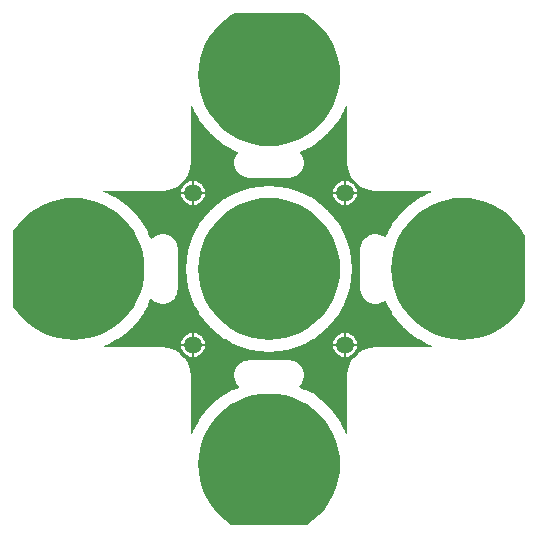
<source format=gtl>
%FSLAX44Y44*%
%MOMM*%
G71*
G01*
G75*
G04 Layer_Physical_Order=1*
G04 Layer_Color=255*
%ADD10C,1.5000*%
%ADD11C,0.6000*%
G36*
X841170Y1059717D02*
X847813Y1058588D01*
X854289Y1056722D01*
X860515Y1054143D01*
X866413Y1050883D01*
X871910Y1046984D01*
X876935Y1042493D01*
X881425Y1037468D01*
X885325Y1031972D01*
X888585Y1026074D01*
X891163Y1019848D01*
X893029Y1013372D01*
X894158Y1006729D01*
X894536Y1000000D01*
X894158Y993272D01*
X893029Y986628D01*
X891163Y980152D01*
X888585Y973926D01*
X885325Y968028D01*
X881425Y962532D01*
X876935Y957507D01*
X871910Y953016D01*
X866413Y949117D01*
X860515Y945857D01*
X854289Y943278D01*
X847813Y941412D01*
X841170Y940283D01*
X834441Y939905D01*
X827713Y940283D01*
X821069Y941412D01*
X814593Y943278D01*
X808367Y945857D01*
X802469Y949117D01*
X796973Y953016D01*
X791948Y957507D01*
X787457Y962532D01*
X783558Y968028D01*
X783059Y968931D01*
X783059Y1031069D01*
X783558Y1031972D01*
X787457Y1037468D01*
X791948Y1042493D01*
X796973Y1046984D01*
X802469Y1050883D01*
X808367Y1054143D01*
X814593Y1056722D01*
X821069Y1058588D01*
X827713Y1059717D01*
X834441Y1060095D01*
X841170Y1059717D01*
D02*
G37*
G36*
X1170346Y1059717D02*
X1176990Y1058588D01*
X1183465Y1056722D01*
X1189692Y1054143D01*
X1195590Y1050883D01*
X1201086Y1046984D01*
X1206111Y1042493D01*
X1210601Y1037468D01*
X1214501Y1031972D01*
X1216941Y1027557D01*
Y972443D01*
X1214501Y968028D01*
X1210601Y962532D01*
X1206111Y957507D01*
X1201086Y953016D01*
X1195590Y949117D01*
X1189692Y945857D01*
X1183465Y943278D01*
X1176990Y941412D01*
X1170346Y940283D01*
X1163617Y939905D01*
X1156889Y940283D01*
X1150245Y941412D01*
X1143770Y943278D01*
X1137543Y945857D01*
X1131645Y949117D01*
X1126149Y953016D01*
X1121124Y957507D01*
X1116634Y962532D01*
X1112734Y968028D01*
X1109474Y973926D01*
X1106895Y980152D01*
X1105030Y986628D01*
X1103901Y993271D01*
X1103523Y1000000D01*
X1103901Y1006729D01*
X1105030Y1013372D01*
X1106895Y1019848D01*
X1109474Y1026074D01*
X1112734Y1031972D01*
X1116634Y1037468D01*
X1121124Y1042493D01*
X1126149Y1046984D01*
X1131645Y1050883D01*
X1137543Y1054143D01*
X1143770Y1056722D01*
X1150245Y1058588D01*
X1156889Y1059717D01*
X1163617Y1060095D01*
X1170346Y1059717D01*
D02*
G37*
G36*
X1006728Y894158D02*
X1013372Y893029D01*
X1019848Y891164D01*
X1026074Y888585D01*
X1031972Y885325D01*
X1037468Y881425D01*
X1042493Y876935D01*
X1046984Y871910D01*
X1050883Y866414D01*
X1054143Y860515D01*
X1056722Y854289D01*
X1058588Y847814D01*
X1059717Y841170D01*
X1060095Y834441D01*
X1059717Y827713D01*
X1058588Y821069D01*
X1056722Y814593D01*
X1054143Y808367D01*
X1050883Y802469D01*
X1046984Y796973D01*
X1042493Y791948D01*
X1037468Y787458D01*
X1031972Y783558D01*
X1031069Y783059D01*
X968931Y783059D01*
X968028Y783558D01*
X962532Y787458D01*
X957507Y791948D01*
X953016Y796973D01*
X949117Y802469D01*
X945857Y808367D01*
X943278Y814593D01*
X941412Y821069D01*
X940283Y827713D01*
X939905Y834441D01*
X940283Y841170D01*
X941412Y847814D01*
X943278Y854289D01*
X945857Y860515D01*
X949117Y866414D01*
X953016Y871910D01*
X957507Y876935D01*
X962532Y881425D01*
X968028Y885325D01*
X973926Y888585D01*
X980152Y891164D01*
X986628Y893029D01*
X993271Y894158D01*
X1000000Y894536D01*
X1006728Y894158D01*
D02*
G37*
G36*
X936538Y1134243D02*
X936822Y1133752D01*
X937029Y1133223D01*
X940289Y1127325D01*
X940626Y1126869D01*
X940891Y1126368D01*
X944790Y1120872D01*
X945176Y1120456D01*
X945495Y1119987D01*
X949986Y1114962D01*
X950416Y1114592D01*
X950786Y1114163D01*
X955811Y1109672D01*
X956279Y1109352D01*
X956695Y1108967D01*
X962191Y1105067D01*
X962692Y1104802D01*
X963149Y1104465D01*
X969047Y1101205D01*
X969575Y1100998D01*
X970066Y1100715D01*
X971217Y1100238D01*
X973321Y1098667D01*
X973410Y1098172D01*
X973388Y1098152D01*
X972281Y1096629D01*
X972123Y1096285D01*
X971904Y1095976D01*
X971139Y1094256D01*
X971055Y1093886D01*
X970905Y1093538D01*
X970514Y1091696D01*
X970509Y1091318D01*
X970435Y1090946D01*
Y1089064D01*
X970509Y1088692D01*
X970514Y1088313D01*
X970905Y1086472D01*
X971055Y1086124D01*
X971139Y1085754D01*
X971904Y1084034D01*
X972123Y1083725D01*
X972281Y1083381D01*
X973388Y1081858D01*
X973666Y1081601D01*
X973893Y1081297D01*
X975292Y1080038D01*
X975618Y1079844D01*
X975902Y1079594D01*
X977533Y1078653D01*
X977891Y1078531D01*
X978222Y1078346D01*
X980012Y1077764D01*
X980389Y1077719D01*
X980750Y1077607D01*
X982623Y1077410D01*
X982813Y1077428D01*
X983000Y1077391D01*
X1017000D01*
X1017187Y1077428D01*
X1017377Y1077410D01*
X1019249Y1077607D01*
X1019611Y1077719D01*
X1019988Y1077764D01*
X1021778Y1078346D01*
X1022109Y1078531D01*
X1022467Y1078653D01*
X1024098Y1079594D01*
X1024383Y1079844D01*
X1024708Y1080038D01*
X1026107Y1081297D01*
X1026334Y1081601D01*
X1026612Y1081858D01*
X1027719Y1083381D01*
X1027877Y1083725D01*
X1028096Y1084034D01*
X1028862Y1085754D01*
X1028945Y1086124D01*
X1029095Y1086472D01*
X1029486Y1088313D01*
X1029491Y1088692D01*
X1029565Y1089064D01*
Y1090946D01*
X1029491Y1091318D01*
X1029486Y1091697D01*
X1029095Y1093538D01*
X1028945Y1093886D01*
X1028862Y1094256D01*
X1028096Y1095976D01*
X1027877Y1096285D01*
X1027719Y1096629D01*
X1026612Y1098152D01*
X1026334Y1098409D01*
X1026107Y1098713D01*
X1026184Y1099162D01*
X1029934Y1100715D01*
X1030425Y1100998D01*
X1030953Y1101205D01*
X1036851Y1104465D01*
X1037308Y1104802D01*
X1037809Y1105067D01*
X1043305Y1108967D01*
X1043721Y1109352D01*
X1044189Y1109672D01*
X1049214Y1114163D01*
X1049584Y1114592D01*
X1050014Y1114962D01*
X1054505Y1119987D01*
X1054824Y1120456D01*
X1055210Y1120872D01*
X1059109Y1126368D01*
X1059374Y1126869D01*
X1059711Y1127325D01*
X1062971Y1133223D01*
X1063178Y1133752D01*
X1063462Y1134243D01*
X1065145Y1138306D01*
X1066391Y1138058D01*
Y1090000D01*
X1066431Y1089799D01*
X1066413Y1089596D01*
X1066915Y1085145D01*
X1067038Y1084759D01*
X1067095Y1084358D01*
X1068574Y1080130D01*
X1068780Y1079781D01*
X1068925Y1079402D01*
X1071307Y1075610D01*
X1071586Y1075315D01*
X1071811Y1074978D01*
X1074978Y1071811D01*
X1075315Y1071586D01*
X1075610Y1071307D01*
X1079402Y1068924D01*
X1079781Y1068780D01*
X1080130Y1068574D01*
X1084358Y1067095D01*
X1084759Y1067038D01*
X1085145Y1066915D01*
X1089596Y1066413D01*
X1089800Y1066431D01*
X1090000Y1066391D01*
X1137499D01*
X1137747Y1065145D01*
X1133684Y1063462D01*
X1133193Y1063178D01*
X1132665Y1062971D01*
X1126766Y1059711D01*
X1126310Y1059374D01*
X1125809Y1059109D01*
X1120312Y1055210D01*
X1119897Y1054824D01*
X1119428Y1054505D01*
X1114403Y1050014D01*
X1114034Y1049584D01*
X1113604Y1049214D01*
X1109113Y1044189D01*
X1108794Y1043721D01*
X1108408Y1043305D01*
X1104508Y1037809D01*
X1104243Y1037308D01*
X1103906Y1036851D01*
X1100647Y1030953D01*
X1100439Y1030425D01*
X1100156Y1029934D01*
X1099172Y1027559D01*
X1098681Y1027105D01*
X1097802Y1026857D01*
X1096621Y1027714D01*
X1096277Y1027873D01*
X1095968Y1028092D01*
X1094249Y1028857D01*
X1093880Y1028940D01*
X1093531Y1029090D01*
X1091691Y1029481D01*
X1091312Y1029486D01*
X1090941Y1029560D01*
X1089059D01*
X1088688Y1029486D01*
X1088309Y1029481D01*
X1086469Y1029090D01*
X1086120Y1028940D01*
X1085751Y1028857D01*
X1084032Y1028092D01*
X1083723Y1027873D01*
X1083379Y1027714D01*
X1081856Y1026608D01*
X1081599Y1026330D01*
X1081295Y1026103D01*
X1080037Y1024705D01*
X1079843Y1024380D01*
X1079593Y1024095D01*
X1078652Y1022465D01*
X1078531Y1022106D01*
X1078345Y1021776D01*
X1077764Y1019986D01*
X1077719Y1019610D01*
X1077607Y1019249D01*
X1077411Y1017377D01*
X1077428Y1017187D01*
X1077391Y1017000D01*
Y983000D01*
X1077428Y982813D01*
X1077411Y982623D01*
X1077607Y980751D01*
X1077719Y980390D01*
X1077764Y980013D01*
X1078345Y978224D01*
X1078531Y977893D01*
X1078652Y977535D01*
X1079593Y975905D01*
X1079843Y975620D01*
X1080037Y975295D01*
X1081296Y973896D01*
X1081599Y973670D01*
X1081856Y973392D01*
X1083379Y972286D01*
X1083723Y972127D01*
X1084032Y971908D01*
X1085751Y971143D01*
X1086120Y971059D01*
X1086469Y970910D01*
X1088309Y970519D01*
X1088688Y970514D01*
X1089059Y970440D01*
X1090941D01*
X1091312Y970514D01*
X1091691Y970519D01*
X1093531Y970910D01*
X1093880Y971059D01*
X1094249Y971143D01*
X1095968Y971908D01*
X1096277Y972127D01*
X1096622Y972286D01*
X1097802Y973143D01*
X1098681Y972895D01*
X1099172Y972442D01*
X1100156Y970066D01*
X1100439Y969575D01*
X1100647Y969047D01*
X1103906Y963149D01*
X1104243Y962693D01*
X1104508Y962191D01*
X1108408Y956695D01*
X1108793Y956279D01*
X1109113Y955811D01*
X1113604Y950786D01*
X1114033Y950416D01*
X1114403Y949986D01*
X1119428Y945495D01*
X1119897Y945176D01*
X1120312Y944790D01*
X1125809Y940891D01*
X1126310Y940626D01*
X1126766Y940289D01*
X1132665Y937029D01*
X1133193Y936822D01*
X1133684Y936538D01*
X1137747Y934855D01*
X1137500Y933609D01*
X1090000D01*
X1089799Y933569D01*
X1089596Y933587D01*
X1085145Y933085D01*
X1084759Y932962D01*
X1084358Y932905D01*
X1080130Y931426D01*
X1079781Y931220D01*
X1079402Y931075D01*
X1075610Y928693D01*
X1075315Y928414D01*
X1074978Y928189D01*
X1071811Y925022D01*
X1071586Y924685D01*
X1071307Y924390D01*
X1068925Y920598D01*
X1068780Y920219D01*
X1068574Y919870D01*
X1067095Y915642D01*
X1067038Y915241D01*
X1066915Y914855D01*
X1066413Y910404D01*
X1066431Y910200D01*
X1066391Y910000D01*
Y860559D01*
X1065145Y860311D01*
X1063462Y864375D01*
X1063178Y864866D01*
X1062971Y865394D01*
X1059711Y871292D01*
X1059374Y871749D01*
X1059109Y872250D01*
X1055210Y877746D01*
X1054824Y878162D01*
X1054504Y878631D01*
X1050014Y883655D01*
X1049584Y884025D01*
X1049214Y884455D01*
X1044189Y888946D01*
X1043721Y889265D01*
X1043305Y889651D01*
X1040293Y891788D01*
X1040219Y892162D01*
X1038994Y893994D01*
X1037162Y895219D01*
X1035000Y895648D01*
X1034371Y895523D01*
X1030953Y897412D01*
X1030425Y897620D01*
X1029934Y897903D01*
X1025838Y899600D01*
X1025623Y900851D01*
X1026107Y901287D01*
X1026334Y901591D01*
X1026612Y901848D01*
X1027719Y903371D01*
X1027877Y903715D01*
X1028096Y904024D01*
X1028862Y905744D01*
X1028945Y906114D01*
X1029095Y906462D01*
X1029486Y908303D01*
X1029491Y908682D01*
X1029565Y909054D01*
Y910936D01*
X1029491Y911308D01*
X1029486Y911687D01*
X1029095Y913528D01*
X1028945Y913876D01*
X1028862Y914246D01*
X1028096Y915966D01*
X1027877Y916275D01*
X1027719Y916619D01*
X1026612Y918142D01*
X1026334Y918399D01*
X1026107Y918703D01*
X1024708Y919962D01*
X1024383Y920156D01*
X1024098Y920406D01*
X1022467Y921347D01*
X1022109Y921469D01*
X1021778Y921654D01*
X1019988Y922236D01*
X1019611Y922280D01*
X1019250Y922393D01*
X1017377Y922589D01*
X1017187Y922572D01*
X1017000Y922609D01*
X983000D01*
X982813Y922572D01*
X982623Y922589D01*
X980751Y922393D01*
X980389Y922280D01*
X980013Y922236D01*
X978222Y921654D01*
X977891Y921469D01*
X977533Y921347D01*
X975902Y920406D01*
X975618Y920156D01*
X975292Y919962D01*
X973893Y918703D01*
X973666Y918399D01*
X973388Y918142D01*
X972281Y916619D01*
X972123Y916275D01*
X971904Y915966D01*
X971139Y914246D01*
X971055Y913876D01*
X970905Y913528D01*
X970514Y911686D01*
X970509Y911308D01*
X970435Y910936D01*
Y909054D01*
X970509Y908682D01*
X970514Y908303D01*
X970905Y906462D01*
X971055Y906114D01*
X971139Y905744D01*
X971904Y904024D01*
X972123Y903715D01*
X972281Y903371D01*
X973388Y901848D01*
X973666Y901591D01*
X973893Y901287D01*
X974377Y900851D01*
X974162Y899600D01*
X970066Y897903D01*
X969575Y897620D01*
X969047Y897412D01*
X963149Y894153D01*
X962692Y893816D01*
X962191Y893551D01*
X956695Y889651D01*
X956279Y889265D01*
X955811Y888946D01*
X950786Y884455D01*
X950416Y884025D01*
X949986Y883655D01*
X945495Y878631D01*
X945176Y878162D01*
X944790Y877746D01*
X940891Y872250D01*
X940626Y871749D01*
X940289Y871292D01*
X937029Y865394D01*
X936822Y864866D01*
X936538Y864375D01*
X934855Y860312D01*
X933609Y860559D01*
Y910000D01*
X933569Y910200D01*
X933587Y910404D01*
X933085Y914855D01*
X932962Y915241D01*
X932905Y915642D01*
X931426Y919870D01*
X931220Y920219D01*
X931076Y920598D01*
X928693Y924390D01*
X928414Y924685D01*
X928189Y925022D01*
X925022Y928189D01*
X924685Y928414D01*
X924390Y928693D01*
X920598Y931075D01*
X920219Y931220D01*
X919870Y931426D01*
X915643Y932905D01*
X915241Y932962D01*
X914855Y933085D01*
X910404Y933587D01*
X910200Y933569D01*
X910000Y933609D01*
X860559D01*
X860311Y934855D01*
X864375Y936538D01*
X864866Y936822D01*
X865394Y937029D01*
X871292Y940289D01*
X871749Y940626D01*
X872250Y940891D01*
X877746Y944790D01*
X878162Y945176D01*
X878631Y945496D01*
X883655Y949986D01*
X884025Y950416D01*
X884455Y950786D01*
X888946Y955811D01*
X889265Y956279D01*
X889651Y956695D01*
X893551Y962191D01*
X893816Y962693D01*
X894153Y963149D01*
X897412Y969047D01*
X897619Y969575D01*
X897903Y970066D01*
X899603Y974171D01*
X900855Y974386D01*
X901296Y973896D01*
X901599Y973670D01*
X901856Y973392D01*
X903379Y972286D01*
X903723Y972127D01*
X904032Y971908D01*
X905751Y971143D01*
X906121Y971059D01*
X906469Y970910D01*
X908309Y970519D01*
X908688Y970514D01*
X909059Y970440D01*
X910941D01*
X911312Y970514D01*
X911691Y970519D01*
X913532Y970910D01*
X913880Y971059D01*
X914249Y971143D01*
X915968Y971908D01*
X916277Y972127D01*
X916622Y972286D01*
X918144Y973392D01*
X918401Y973670D01*
X918705Y973896D01*
X919964Y975295D01*
X920157Y975620D01*
X920407Y975905D01*
X921348Y977534D01*
X921470Y977893D01*
X921655Y978224D01*
X922236Y980014D01*
X922281Y980390D01*
X922393Y980751D01*
X922590Y982623D01*
X922572Y982813D01*
X922609Y983000D01*
Y1017000D01*
X922572Y1017187D01*
X922590Y1017377D01*
X922393Y1019249D01*
X922281Y1019610D01*
X922236Y1019986D01*
X921655Y1021776D01*
X921469Y1022107D01*
X921348Y1022465D01*
X920407Y1024095D01*
X920157Y1024380D01*
X919963Y1024705D01*
X918704Y1026103D01*
X918401Y1026330D01*
X918144Y1026608D01*
X916622Y1027714D01*
X916277Y1027873D01*
X915968Y1028092D01*
X914249Y1028857D01*
X913880Y1028940D01*
X913532Y1029090D01*
X911691Y1029481D01*
X911312Y1029486D01*
X910941Y1029560D01*
X909059D01*
X908688Y1029486D01*
X908309Y1029481D01*
X906469Y1029090D01*
X906121Y1028940D01*
X905751Y1028857D01*
X904032Y1028092D01*
X903723Y1027873D01*
X903378Y1027714D01*
X901856Y1026608D01*
X901599Y1026330D01*
X901296Y1026103D01*
X900855Y1025614D01*
X899603Y1025829D01*
X897903Y1029934D01*
X897619Y1030425D01*
X897412Y1030953D01*
X894153Y1036851D01*
X893816Y1037308D01*
X893551Y1037809D01*
X889651Y1043305D01*
X889265Y1043721D01*
X888946Y1044189D01*
X884455Y1049214D01*
X884025Y1049584D01*
X883655Y1050014D01*
X878631Y1054505D01*
X878162Y1054824D01*
X877746Y1055210D01*
X872250Y1059109D01*
X871749Y1059374D01*
X871292Y1059711D01*
X865394Y1062971D01*
X864866Y1063178D01*
X864375Y1063462D01*
X858149Y1066041D01*
X857601Y1066188D01*
X857644Y1066391D01*
X910000D01*
X910201Y1066430D01*
X910404Y1066413D01*
X914855Y1066915D01*
X915241Y1067038D01*
X915642Y1067095D01*
X919870Y1068574D01*
X920219Y1068780D01*
X920598Y1068924D01*
X924390Y1071307D01*
X924685Y1071586D01*
X925022Y1071811D01*
X928189Y1074978D01*
X928414Y1075315D01*
X928693Y1075610D01*
X931076Y1079402D01*
X931220Y1079781D01*
X931426Y1080130D01*
X932905Y1084357D01*
X932962Y1084759D01*
X933085Y1085145D01*
X933587Y1089596D01*
X933569Y1089799D01*
X933609Y1090000D01*
Y1138059D01*
X934855Y1138306D01*
X936538Y1134243D01*
D02*
G37*
G36*
X1031972Y1215060D02*
X1037468Y1211160D01*
X1042493Y1206670D01*
X1046984Y1201645D01*
X1050883Y1196149D01*
X1054143Y1190251D01*
X1056722Y1184025D01*
X1058588Y1177549D01*
X1059717Y1170905D01*
X1060095Y1164176D01*
X1059717Y1157448D01*
X1058588Y1150804D01*
X1056722Y1144329D01*
X1054143Y1138102D01*
X1050883Y1132204D01*
X1046984Y1126708D01*
X1042493Y1121683D01*
X1037468Y1117193D01*
X1031972Y1113293D01*
X1026074Y1110033D01*
X1019848Y1107454D01*
X1013372Y1105589D01*
X1006729Y1104460D01*
X1000000Y1104082D01*
X993271Y1104460D01*
X986628Y1105589D01*
X980152Y1107454D01*
X973926Y1110033D01*
X968028Y1113293D01*
X962532Y1117193D01*
X957507Y1121683D01*
X953016Y1126708D01*
X949117Y1132204D01*
X945857Y1138102D01*
X943278Y1144329D01*
X941412Y1150804D01*
X940283Y1157448D01*
X939905Y1164176D01*
X940283Y1170905D01*
X941412Y1177549D01*
X943278Y1184025D01*
X945857Y1190251D01*
X949117Y1196149D01*
X953016Y1201645D01*
X957507Y1206670D01*
X962532Y1211160D01*
X968028Y1215060D01*
X971431Y1216941D01*
X1028569D01*
X1031972Y1215060D01*
D02*
G37*
%LPC*%
G36*
X1065350Y945645D02*
Y936650D01*
X1074345D01*
X1074132Y938271D01*
X1073120Y940713D01*
X1071511Y942811D01*
X1069413Y944420D01*
X1066971Y945432D01*
X1065350Y945645D01*
D02*
G37*
G36*
X934653Y945648D02*
X933032Y945435D01*
X930590Y944423D01*
X928493Y942814D01*
X926883Y940716D01*
X925872Y938274D01*
X925658Y936653D01*
X934653D01*
Y945648D01*
D02*
G37*
G36*
X936653D02*
Y936653D01*
X945648D01*
X945435Y938274D01*
X944423Y940716D01*
X942814Y942814D01*
X940716Y944423D01*
X938274Y945435D01*
X936653Y945648D01*
D02*
G37*
G36*
X1063350Y945645D02*
X1061729Y945432D01*
X1059287Y944420D01*
X1057189Y942811D01*
X1055580Y940713D01*
X1054568Y938271D01*
X1054355Y936650D01*
X1063350D01*
Y945645D01*
D02*
G37*
G36*
X1074345Y934650D02*
X1065350D01*
Y925655D01*
X1066971Y925868D01*
X1069413Y926880D01*
X1071511Y928489D01*
X1073120Y930587D01*
X1074132Y933029D01*
X1074345Y934650D01*
D02*
G37*
G36*
X1063350D02*
X1054355D01*
X1054568Y933029D01*
X1055580Y930587D01*
X1057189Y928489D01*
X1059287Y926880D01*
X1061729Y925868D01*
X1063350Y925655D01*
Y934650D01*
D02*
G37*
G36*
X945648Y934653D02*
X936653D01*
Y925658D01*
X938274Y925872D01*
X940716Y926883D01*
X942814Y928493D01*
X944423Y930590D01*
X945435Y933032D01*
X945648Y934653D01*
D02*
G37*
G36*
X934653D02*
X925658D01*
X925872Y933032D01*
X926883Y930590D01*
X928493Y928493D01*
X930590Y926883D01*
X933032Y925872D01*
X934653Y925658D01*
Y934653D01*
D02*
G37*
G36*
Y1074342D02*
X933032Y1074128D01*
X930590Y1073117D01*
X928493Y1071507D01*
X926883Y1069410D01*
X925872Y1066968D01*
X925658Y1065347D01*
X934653D01*
Y1074342D01*
D02*
G37*
G36*
X1074342Y1063347D02*
X1065347D01*
Y1054352D01*
X1066968Y1054565D01*
X1069410Y1055577D01*
X1071507Y1057186D01*
X1073117Y1059283D01*
X1074128Y1061726D01*
X1074342Y1063347D01*
D02*
G37*
G36*
X936653Y1074342D02*
Y1065347D01*
X945648D01*
X945435Y1066968D01*
X944423Y1069410D01*
X942814Y1071507D01*
X940716Y1073117D01*
X938274Y1074128D01*
X936653Y1074342D01*
D02*
G37*
G36*
X1065347D02*
Y1065347D01*
X1074342D01*
X1074128Y1066968D01*
X1073117Y1069410D01*
X1071507Y1071507D01*
X1069410Y1073117D01*
X1066968Y1074128D01*
X1065347Y1074342D01*
D02*
G37*
G36*
X1063347D02*
X1061726Y1074128D01*
X1059283Y1073117D01*
X1057186Y1071507D01*
X1055577Y1069410D01*
X1054565Y1066968D01*
X1054352Y1065347D01*
X1063347D01*
Y1074342D01*
D02*
G37*
G36*
X934653Y1063347D02*
X925658D01*
X925872Y1061726D01*
X926883Y1059283D01*
X928493Y1057186D01*
X930590Y1055577D01*
X933032Y1054565D01*
X934653Y1054352D01*
Y1063347D01*
D02*
G37*
G36*
X1000565Y1070165D02*
X1000000Y1070123D01*
X999435Y1070165D01*
X992706Y1069787D01*
X992149Y1069682D01*
X991582Y1069660D01*
X984938Y1068532D01*
X984396Y1068364D01*
X983836Y1068280D01*
X977360Y1066414D01*
X976840Y1066188D01*
X976292Y1066041D01*
X970066Y1063462D01*
X969575Y1063178D01*
X969047Y1062971D01*
X963149Y1059711D01*
X962693Y1059374D01*
X962191Y1059109D01*
X956695Y1055210D01*
X956279Y1054824D01*
X955811Y1054505D01*
X950786Y1050014D01*
X950416Y1049584D01*
X949986Y1049214D01*
X945495Y1044189D01*
X945176Y1043721D01*
X944790Y1043305D01*
X940891Y1037809D01*
X940626Y1037308D01*
X940289Y1036851D01*
X937029Y1030953D01*
X936822Y1030425D01*
X936538Y1029934D01*
X933959Y1023708D01*
X933812Y1023160D01*
X933586Y1022640D01*
X931720Y1016164D01*
X931636Y1015604D01*
X931468Y1015062D01*
X930340Y1008418D01*
X930318Y1007851D01*
X930213Y1007294D01*
X929835Y1000565D01*
X929877Y1000000D01*
X929835Y999435D01*
X930213Y992706D01*
X930318Y992149D01*
X930340Y991582D01*
X931468Y984938D01*
X931636Y984396D01*
X931720Y983836D01*
X933586Y977360D01*
X933812Y976840D01*
X933959Y976292D01*
X936538Y970066D01*
X936822Y969575D01*
X937029Y969047D01*
X940289Y963149D01*
X940626Y962693D01*
X940891Y962191D01*
X944790Y956695D01*
X945176Y956279D01*
X945495Y955811D01*
X949986Y950786D01*
X950416Y950416D01*
X950786Y949986D01*
X955811Y945495D01*
X956279Y945176D01*
X956695Y944790D01*
X962191Y940891D01*
X962692Y940626D01*
X963149Y940289D01*
X969047Y937029D01*
X969575Y936822D01*
X970066Y936538D01*
X976292Y933959D01*
X976840Y933812D01*
X977360Y933586D01*
X983836Y931720D01*
X984396Y931636D01*
X984938Y931468D01*
X991582Y930340D01*
X992149Y930318D01*
X992706Y930213D01*
X999435Y929835D01*
X1000000Y929877D01*
X1000565Y929835D01*
X1007294Y930213D01*
X1007851Y930318D01*
X1008418Y930340D01*
X1015062Y931468D01*
X1015604Y931636D01*
X1016164Y931720D01*
X1022640Y933586D01*
X1023160Y933812D01*
X1023708Y933959D01*
X1029934Y936538D01*
X1030425Y936822D01*
X1030953Y937029D01*
X1036851Y940289D01*
X1037308Y940626D01*
X1037809Y940891D01*
X1043305Y944790D01*
X1043721Y945176D01*
X1044189Y945495D01*
X1049214Y949986D01*
X1049584Y950416D01*
X1050014Y950786D01*
X1054505Y955811D01*
X1054824Y956279D01*
X1055210Y956695D01*
X1059109Y962191D01*
X1059374Y962692D01*
X1059711Y963149D01*
X1062971Y969047D01*
X1063178Y969575D01*
X1063462Y970066D01*
X1066041Y976292D01*
X1066188Y976840D01*
X1066414Y977360D01*
X1068280Y983836D01*
X1068364Y984396D01*
X1068532Y984938D01*
X1069660Y991582D01*
X1069682Y992149D01*
X1069787Y992706D01*
X1070165Y999435D01*
X1070123Y1000000D01*
X1070165Y1000565D01*
X1069787Y1007294D01*
X1069682Y1007851D01*
X1069660Y1008418D01*
X1068532Y1015062D01*
X1068364Y1015604D01*
X1068280Y1016164D01*
X1066414Y1022640D01*
X1066188Y1023160D01*
X1066041Y1023708D01*
X1063462Y1029934D01*
X1063178Y1030425D01*
X1062971Y1030953D01*
X1059711Y1036851D01*
X1059374Y1037308D01*
X1059109Y1037809D01*
X1055210Y1043305D01*
X1054824Y1043721D01*
X1054505Y1044189D01*
X1050014Y1049214D01*
X1049584Y1049584D01*
X1049214Y1050014D01*
X1044189Y1054505D01*
X1043721Y1054824D01*
X1043305Y1055210D01*
X1037809Y1059109D01*
X1037308Y1059374D01*
X1036851Y1059711D01*
X1030953Y1062971D01*
X1030425Y1063178D01*
X1029934Y1063462D01*
X1023708Y1066041D01*
X1023160Y1066188D01*
X1022640Y1066414D01*
X1016164Y1068280D01*
X1015604Y1068364D01*
X1015062Y1068532D01*
X1008418Y1069660D01*
X1007851Y1069682D01*
X1007294Y1069787D01*
X1000565Y1070165D01*
D02*
G37*
G36*
X1063347Y1063347D02*
X1054352D01*
X1054565Y1061726D01*
X1055577Y1059283D01*
X1057186Y1057186D01*
X1059283Y1055577D01*
X1061726Y1054565D01*
X1063347Y1054352D01*
Y1063347D01*
D02*
G37*
G36*
X945648D02*
X936653D01*
Y1054352D01*
X938274Y1054565D01*
X940716Y1055577D01*
X942814Y1057186D01*
X944423Y1059283D01*
X945435Y1061726D01*
X945648Y1063347D01*
D02*
G37*
%LPD*%
G36*
X1006729Y1059717D02*
X1013372Y1058588D01*
X1019848Y1056722D01*
X1026074Y1054143D01*
X1031972Y1050883D01*
X1037468Y1046984D01*
X1042493Y1042493D01*
X1046984Y1037468D01*
X1050883Y1031972D01*
X1054143Y1026074D01*
X1056722Y1019848D01*
X1058588Y1013372D01*
X1059717Y1006729D01*
X1060095Y1000000D01*
X1059717Y993271D01*
X1058588Y986628D01*
X1056722Y980152D01*
X1054143Y973926D01*
X1050883Y968028D01*
X1046984Y962532D01*
X1042493Y957507D01*
X1037468Y953016D01*
X1031972Y949117D01*
X1026074Y945857D01*
X1019848Y943278D01*
X1013372Y941412D01*
X1006729Y940283D01*
X1000000Y939905D01*
X993271Y940283D01*
X986628Y941412D01*
X980152Y943278D01*
X973926Y945857D01*
X968028Y949117D01*
X962532Y953016D01*
X957507Y957507D01*
X953016Y962532D01*
X949117Y968028D01*
X945857Y973926D01*
X943278Y980152D01*
X941412Y986628D01*
X940283Y993271D01*
X939905Y1000000D01*
X940283Y1006729D01*
X941412Y1013372D01*
X943278Y1019848D01*
X945857Y1026074D01*
X949117Y1031972D01*
X953016Y1037468D01*
X957507Y1042493D01*
X962532Y1046984D01*
X968028Y1050883D01*
X973926Y1054143D01*
X980152Y1056722D01*
X986628Y1058588D01*
X993271Y1059717D01*
X1000000Y1060095D01*
X1006729Y1059717D01*
D02*
G37*
D10*
X1064350Y935650D02*
D03*
X935653Y935653D02*
D03*
X1064347Y1064347D02*
D03*
X935653D02*
D03*
D11*
X1035000Y877500D02*
D03*
X880000Y1030000D02*
D03*
X1125000Y1040000D02*
D03*
X965000Y1120000D02*
D03*
X1007000Y1050000D02*
D03*
M02*

</source>
